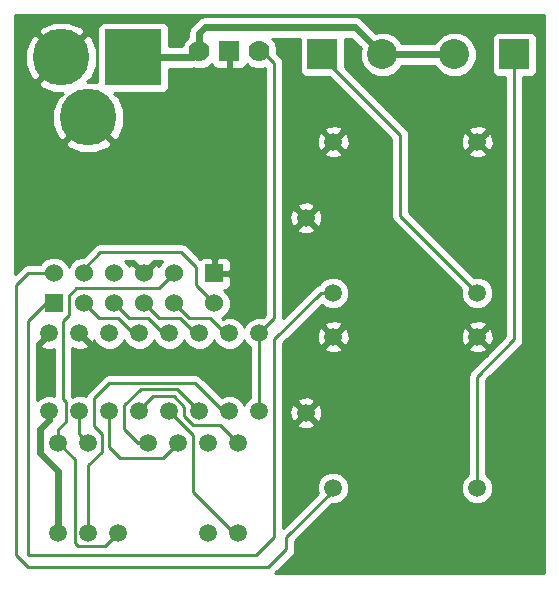
<source format=gbl>
G04 (created by PCBNEW (2013-may-18)-stable) date ven 03 jun 2016 15:34:57 CEST*
%MOIN*%
G04 Gerber Fmt 3.4, Leading zero omitted, Abs format*
%FSLAX34Y34*%
G01*
G70*
G90*
G04 APERTURE LIST*
%ADD10C,0.00590551*%
%ADD11C,0.0590551*%
%ADD12R,0.1X0.1*%
%ADD13C,0.1*%
%ADD14R,0.06X0.06*%
%ADD15C,0.06*%
%ADD16C,0.07*%
%ADD17R,0.07X0.07*%
%ADD18C,0.189*%
%ADD19R,0.189X0.189*%
%ADD20C,0.023622*%
%ADD21C,0.01*%
G04 APERTURE END LIST*
G54D10*
G54D11*
X24252Y-17548D03*
X29961Y-20048D03*
X25158Y-20048D03*
X25158Y-15009D03*
X29961Y-15009D03*
G54D12*
X24800Y-12100D03*
G54D13*
X26800Y-12100D03*
G54D11*
X21000Y-28050D03*
X22000Y-28050D03*
X18000Y-28050D03*
X17000Y-28050D03*
X16000Y-28050D03*
X16000Y-25050D03*
X17000Y-25050D03*
X19000Y-25050D03*
X20000Y-25050D03*
X21000Y-25050D03*
X22000Y-25050D03*
X24252Y-24048D03*
X29961Y-26548D03*
X25158Y-26548D03*
X25158Y-21509D03*
X29961Y-21509D03*
G54D14*
X15850Y-20400D03*
G54D15*
X15850Y-19400D03*
X16850Y-20400D03*
X16850Y-19400D03*
X17850Y-20400D03*
X17850Y-19400D03*
X18850Y-20400D03*
X18850Y-19400D03*
X19850Y-20400D03*
X19850Y-19400D03*
G54D14*
X21200Y-19400D03*
G54D15*
X21200Y-20400D03*
G54D16*
X20700Y-12000D03*
G54D17*
X21700Y-12000D03*
G54D16*
X22700Y-12000D03*
G54D18*
X16100Y-12200D03*
G54D19*
X18500Y-12200D03*
G54D18*
X17000Y-14200D03*
G54D12*
X31200Y-12100D03*
G54D13*
X29200Y-12100D03*
G54D11*
X22700Y-21400D03*
X21700Y-21400D03*
X20700Y-21400D03*
X19700Y-21400D03*
X18700Y-21400D03*
X16700Y-21400D03*
X15700Y-21400D03*
X15700Y-24000D03*
X16700Y-24000D03*
X17700Y-24000D03*
X18700Y-24000D03*
X19700Y-24000D03*
X20700Y-24000D03*
X21700Y-24000D03*
X22700Y-24000D03*
X17700Y-21400D03*
G54D20*
X20700Y-12000D02*
X20700Y-11400D01*
X25900Y-11200D02*
X26800Y-12100D01*
X20900Y-11200D02*
X25900Y-11200D01*
X20700Y-11400D02*
X20900Y-11200D01*
X26800Y-12100D02*
X29200Y-12100D01*
X18500Y-12200D02*
X20500Y-12200D01*
X20500Y-12200D02*
X20700Y-12000D01*
G54D21*
X23200Y-20900D02*
X22700Y-21400D01*
X22700Y-12000D02*
X22800Y-12000D01*
X22800Y-12000D02*
X23200Y-12400D01*
X23200Y-12400D02*
X23200Y-20900D01*
X22700Y-24000D02*
X22700Y-21400D01*
X16000Y-25050D02*
X16000Y-24600D01*
X19350Y-19900D02*
X19850Y-19400D01*
X16600Y-19900D02*
X19350Y-19900D01*
X16350Y-20150D02*
X16600Y-19900D01*
X16350Y-20800D02*
X16350Y-20150D01*
X16150Y-21000D02*
X16350Y-20800D01*
X16150Y-23600D02*
X16150Y-21000D01*
X16250Y-23700D02*
X16150Y-23600D01*
X16250Y-24350D02*
X16250Y-23700D01*
X16000Y-24600D02*
X16250Y-24350D01*
X18000Y-28050D02*
X17550Y-28500D01*
X16550Y-25600D02*
X16000Y-25050D01*
X16550Y-28400D02*
X16550Y-25600D01*
X16650Y-28500D02*
X16550Y-28400D01*
X17550Y-28500D02*
X16650Y-28500D01*
X18700Y-21400D02*
X18500Y-21400D01*
X17350Y-20900D02*
X16850Y-20400D01*
X18000Y-20900D02*
X17350Y-20900D01*
X18500Y-21400D02*
X18000Y-20900D01*
X20700Y-21400D02*
X20550Y-21400D01*
X19350Y-20900D02*
X18850Y-20400D01*
X20050Y-20900D02*
X19350Y-20900D01*
X20550Y-21400D02*
X20050Y-20900D01*
X21700Y-21400D02*
X21550Y-21400D01*
X20350Y-20900D02*
X19850Y-20400D01*
X21050Y-20900D02*
X20350Y-20900D01*
X21550Y-21400D02*
X21050Y-20900D01*
X19700Y-21400D02*
X19500Y-21400D01*
X18350Y-20900D02*
X17850Y-20400D01*
X19000Y-20900D02*
X18350Y-20900D01*
X19500Y-21400D02*
X19000Y-20900D01*
X15600Y-20400D02*
X15850Y-20400D01*
X15000Y-21000D02*
X15600Y-20400D01*
X15000Y-28799D02*
X15000Y-21000D01*
X15000Y-28800D02*
X15000Y-28799D01*
X22600Y-28800D02*
X15000Y-28800D01*
X23200Y-28200D02*
X22600Y-28800D01*
X23200Y-21600D02*
X23200Y-28200D01*
X24751Y-20048D02*
X23200Y-21600D01*
X25158Y-20048D02*
X24751Y-20048D01*
X25158Y-26548D02*
X25158Y-26641D01*
X15000Y-19400D02*
X15850Y-19400D01*
X14600Y-19800D02*
X15000Y-19400D01*
X14600Y-28800D02*
X14600Y-19800D01*
X15000Y-29200D02*
X14600Y-28800D01*
X23000Y-29200D02*
X15000Y-29200D01*
X23600Y-28600D02*
X23000Y-29200D01*
X23600Y-28200D02*
X23600Y-28600D01*
X25158Y-26641D02*
X23600Y-28200D01*
X24800Y-12100D02*
X24800Y-12200D01*
X27400Y-17487D02*
X29961Y-20048D01*
X27400Y-14800D02*
X27400Y-17487D01*
X24800Y-12200D02*
X27400Y-14800D01*
X19000Y-25050D02*
X18650Y-25050D01*
X19950Y-23250D02*
X20700Y-24000D01*
X18750Y-23250D02*
X19950Y-23250D01*
X18200Y-23800D02*
X18750Y-23250D01*
X18200Y-24600D02*
X18200Y-23800D01*
X18650Y-25050D02*
X18200Y-24600D01*
X21700Y-24000D02*
X21500Y-24000D01*
X17000Y-25800D02*
X17000Y-28050D01*
X17450Y-25350D02*
X17000Y-25800D01*
X17450Y-24750D02*
X17450Y-25350D01*
X17200Y-24500D02*
X17450Y-24750D01*
X17200Y-23550D02*
X17200Y-24500D01*
X17700Y-23049D02*
X17200Y-23550D01*
X20549Y-23049D02*
X17700Y-23049D01*
X21500Y-24000D02*
X20549Y-23049D01*
X22000Y-28050D02*
X21850Y-28050D01*
X20500Y-24800D02*
X19700Y-24000D01*
X20500Y-26700D02*
X20500Y-24800D01*
X21850Y-28050D02*
X20500Y-26700D01*
X18700Y-24000D02*
X18700Y-23950D01*
X21400Y-24450D02*
X22000Y-25050D01*
X20500Y-24450D02*
X21400Y-24450D01*
X20200Y-24150D02*
X20500Y-24450D01*
X20200Y-23850D02*
X20200Y-24150D01*
X19850Y-23500D02*
X20200Y-23850D01*
X19150Y-23500D02*
X19850Y-23500D01*
X18700Y-23950D02*
X19150Y-23500D01*
X17700Y-24000D02*
X17700Y-25200D01*
X19500Y-25550D02*
X20000Y-25050D01*
X18050Y-25550D02*
X19500Y-25550D01*
X17700Y-25200D02*
X18050Y-25550D01*
X16700Y-24000D02*
X16700Y-24750D01*
X16700Y-24750D02*
X17000Y-25050D01*
G54D20*
X15700Y-24000D02*
X15700Y-24300D01*
X16000Y-26000D02*
X16000Y-28050D01*
X15400Y-25400D02*
X16000Y-26000D01*
X15400Y-24600D02*
X15400Y-25400D01*
X15700Y-24300D02*
X15400Y-24600D01*
G54D21*
X29961Y-26548D02*
X29961Y-22838D01*
X31200Y-21600D02*
X31200Y-12100D01*
X29961Y-22838D02*
X31200Y-21600D01*
X16850Y-19400D02*
X16850Y-19250D01*
X20600Y-19800D02*
X21200Y-20400D01*
X20600Y-19200D02*
X20600Y-19800D01*
X20100Y-18700D02*
X20600Y-19200D01*
X17400Y-18700D02*
X20100Y-18700D01*
X16850Y-19250D02*
X17400Y-18700D01*
G54D10*
G36*
X15850Y-23471D02*
X15808Y-23454D01*
X15592Y-23454D01*
X15391Y-23537D01*
X15300Y-23628D01*
X15300Y-21706D01*
X15317Y-21711D01*
X15629Y-21400D01*
X15623Y-21394D01*
X15694Y-21323D01*
X15700Y-21329D01*
X15705Y-21323D01*
X15776Y-21394D01*
X15770Y-21400D01*
X15776Y-21405D01*
X15705Y-21476D01*
X15700Y-21470D01*
X15388Y-21782D01*
X15414Y-21877D01*
X15619Y-21950D01*
X15836Y-21939D01*
X15850Y-21933D01*
X15850Y-23471D01*
X15850Y-23471D01*
G37*
G54D21*
X15850Y-23471D02*
X15808Y-23454D01*
X15592Y-23454D01*
X15391Y-23537D01*
X15300Y-23628D01*
X15300Y-21706D01*
X15317Y-21711D01*
X15629Y-21400D01*
X15623Y-21394D01*
X15694Y-21323D01*
X15700Y-21329D01*
X15705Y-21323D01*
X15776Y-21394D01*
X15770Y-21400D01*
X15776Y-21405D01*
X15705Y-21476D01*
X15700Y-21470D01*
X15388Y-21782D01*
X15414Y-21877D01*
X15619Y-21950D01*
X15836Y-21939D01*
X15850Y-21933D01*
X15850Y-23471D01*
G54D10*
G36*
X19472Y-19000D02*
X19384Y-19088D01*
X19352Y-19163D01*
X19331Y-19112D01*
X19235Y-19084D01*
X18920Y-19400D01*
X18926Y-19405D01*
X18855Y-19476D01*
X18850Y-19470D01*
X18844Y-19476D01*
X18773Y-19405D01*
X18779Y-19400D01*
X18464Y-19084D01*
X18368Y-19112D01*
X18349Y-19167D01*
X18316Y-19088D01*
X18227Y-19000D01*
X18538Y-19000D01*
X18534Y-19014D01*
X18850Y-19329D01*
X19165Y-19014D01*
X19161Y-19000D01*
X19472Y-19000D01*
X19472Y-19000D01*
G37*
G54D21*
X19472Y-19000D02*
X19384Y-19088D01*
X19352Y-19163D01*
X19331Y-19112D01*
X19235Y-19084D01*
X18920Y-19400D01*
X18926Y-19405D01*
X18855Y-19476D01*
X18850Y-19470D01*
X18844Y-19476D01*
X18773Y-19405D01*
X18779Y-19400D01*
X18464Y-19084D01*
X18368Y-19112D01*
X18349Y-19167D01*
X18316Y-19088D01*
X18227Y-19000D01*
X18538Y-19000D01*
X18534Y-19014D01*
X18850Y-19329D01*
X19165Y-19014D01*
X19161Y-19000D01*
X19472Y-19000D01*
G54D10*
G36*
X22400Y-23533D02*
X22391Y-23537D01*
X22238Y-23690D01*
X22200Y-23782D01*
X22162Y-23691D01*
X22009Y-23538D01*
X21808Y-23454D01*
X21592Y-23454D01*
X21441Y-23516D01*
X20762Y-22837D01*
X20664Y-22772D01*
X20549Y-22749D01*
X17700Y-22749D01*
X17585Y-22772D01*
X17487Y-22837D01*
X16987Y-23337D01*
X16922Y-23435D01*
X16910Y-23497D01*
X16808Y-23454D01*
X16592Y-23454D01*
X16472Y-23503D01*
X16462Y-23487D01*
X16462Y-23487D01*
X16450Y-23475D01*
X16450Y-21889D01*
X16619Y-21950D01*
X16836Y-21939D01*
X16985Y-21877D01*
X17011Y-21782D01*
X16700Y-21470D01*
X16694Y-21476D01*
X16623Y-21405D01*
X16629Y-21400D01*
X16623Y-21394D01*
X16694Y-21323D01*
X16700Y-21329D01*
X16705Y-21323D01*
X16776Y-21394D01*
X16770Y-21400D01*
X17082Y-21711D01*
X17177Y-21685D01*
X17200Y-21619D01*
X17237Y-21708D01*
X17390Y-21861D01*
X17591Y-21945D01*
X17807Y-21945D01*
X18008Y-21862D01*
X18161Y-21709D01*
X18199Y-21617D01*
X18237Y-21708D01*
X18390Y-21861D01*
X18591Y-21945D01*
X18807Y-21945D01*
X19008Y-21862D01*
X19161Y-21709D01*
X19199Y-21617D01*
X19237Y-21708D01*
X19390Y-21861D01*
X19591Y-21945D01*
X19807Y-21945D01*
X20008Y-21862D01*
X20161Y-21709D01*
X20199Y-21617D01*
X20237Y-21708D01*
X20390Y-21861D01*
X20591Y-21945D01*
X20807Y-21945D01*
X21008Y-21862D01*
X21161Y-21709D01*
X21199Y-21617D01*
X21237Y-21708D01*
X21390Y-21861D01*
X21591Y-21945D01*
X21807Y-21945D01*
X22008Y-21862D01*
X22161Y-21709D01*
X22199Y-21617D01*
X22237Y-21708D01*
X22390Y-21861D01*
X22400Y-21865D01*
X22400Y-23533D01*
X22400Y-23533D01*
G37*
G54D21*
X22400Y-23533D02*
X22391Y-23537D01*
X22238Y-23690D01*
X22200Y-23782D01*
X22162Y-23691D01*
X22009Y-23538D01*
X21808Y-23454D01*
X21592Y-23454D01*
X21441Y-23516D01*
X20762Y-22837D01*
X20664Y-22772D01*
X20549Y-22749D01*
X17700Y-22749D01*
X17585Y-22772D01*
X17487Y-22837D01*
X16987Y-23337D01*
X16922Y-23435D01*
X16910Y-23497D01*
X16808Y-23454D01*
X16592Y-23454D01*
X16472Y-23503D01*
X16462Y-23487D01*
X16462Y-23487D01*
X16450Y-23475D01*
X16450Y-21889D01*
X16619Y-21950D01*
X16836Y-21939D01*
X16985Y-21877D01*
X17011Y-21782D01*
X16700Y-21470D01*
X16694Y-21476D01*
X16623Y-21405D01*
X16629Y-21400D01*
X16623Y-21394D01*
X16694Y-21323D01*
X16700Y-21329D01*
X16705Y-21323D01*
X16776Y-21394D01*
X16770Y-21400D01*
X17082Y-21711D01*
X17177Y-21685D01*
X17200Y-21619D01*
X17237Y-21708D01*
X17390Y-21861D01*
X17591Y-21945D01*
X17807Y-21945D01*
X18008Y-21862D01*
X18161Y-21709D01*
X18199Y-21617D01*
X18237Y-21708D01*
X18390Y-21861D01*
X18591Y-21945D01*
X18807Y-21945D01*
X19008Y-21862D01*
X19161Y-21709D01*
X19199Y-21617D01*
X19237Y-21708D01*
X19390Y-21861D01*
X19591Y-21945D01*
X19807Y-21945D01*
X20008Y-21862D01*
X20161Y-21709D01*
X20199Y-21617D01*
X20237Y-21708D01*
X20390Y-21861D01*
X20591Y-21945D01*
X20807Y-21945D01*
X21008Y-21862D01*
X21161Y-21709D01*
X21199Y-21617D01*
X21237Y-21708D01*
X21390Y-21861D01*
X21591Y-21945D01*
X21807Y-21945D01*
X22008Y-21862D01*
X22161Y-21709D01*
X22199Y-21617D01*
X22237Y-21708D01*
X22390Y-21861D01*
X22400Y-21865D01*
X22400Y-23533D01*
G54D10*
G36*
X32200Y-29400D02*
X31950Y-29400D01*
X31950Y-12550D01*
X31950Y-11550D01*
X31912Y-11458D01*
X31841Y-11388D01*
X31749Y-11350D01*
X31650Y-11349D01*
X30650Y-11349D01*
X30558Y-11387D01*
X30488Y-11458D01*
X30450Y-11550D01*
X30449Y-11649D01*
X30449Y-12649D01*
X30487Y-12741D01*
X30558Y-12811D01*
X30650Y-12849D01*
X30749Y-12850D01*
X30900Y-12850D01*
X30900Y-21475D01*
X30511Y-21864D01*
X30511Y-21590D01*
X30511Y-15090D01*
X30500Y-14873D01*
X30438Y-14724D01*
X30343Y-14697D01*
X30273Y-14768D01*
X30273Y-14626D01*
X30246Y-14532D01*
X30042Y-14459D01*
X29825Y-14470D01*
X29676Y-14532D01*
X29649Y-14626D01*
X29961Y-14938D01*
X30273Y-14626D01*
X30273Y-14768D01*
X30032Y-15009D01*
X30343Y-15321D01*
X30438Y-15294D01*
X30511Y-15090D01*
X30511Y-21590D01*
X30500Y-21373D01*
X30438Y-21224D01*
X30343Y-21197D01*
X30273Y-21268D01*
X30273Y-21126D01*
X30246Y-21032D01*
X30042Y-20959D01*
X29825Y-20970D01*
X29676Y-21032D01*
X29649Y-21126D01*
X29961Y-21438D01*
X30273Y-21126D01*
X30273Y-21268D01*
X30032Y-21509D01*
X30343Y-21821D01*
X30438Y-21794D01*
X30511Y-21590D01*
X30511Y-21864D01*
X30273Y-22102D01*
X30273Y-21891D01*
X29961Y-21580D01*
X29890Y-21650D01*
X29890Y-21509D01*
X29578Y-21197D01*
X29484Y-21224D01*
X29411Y-21428D01*
X29422Y-21645D01*
X29484Y-21794D01*
X29578Y-21821D01*
X29890Y-21509D01*
X29890Y-21650D01*
X29649Y-21891D01*
X29676Y-21986D01*
X29880Y-22059D01*
X30097Y-22048D01*
X30246Y-21986D01*
X30273Y-21891D01*
X30273Y-22102D01*
X29749Y-22626D01*
X29684Y-22723D01*
X29661Y-22838D01*
X29661Y-26082D01*
X29652Y-26086D01*
X29499Y-26239D01*
X29416Y-26439D01*
X29416Y-26656D01*
X29498Y-26857D01*
X29652Y-27010D01*
X29852Y-27093D01*
X30069Y-27094D01*
X30269Y-27011D01*
X30423Y-26858D01*
X30506Y-26657D01*
X30506Y-26440D01*
X30423Y-26240D01*
X30270Y-26086D01*
X30261Y-26082D01*
X30261Y-22962D01*
X31412Y-21812D01*
X31412Y-21812D01*
X31477Y-21714D01*
X31499Y-21600D01*
X31500Y-21600D01*
X31500Y-12850D01*
X31749Y-12850D01*
X31841Y-12812D01*
X31911Y-12741D01*
X31949Y-12649D01*
X31950Y-12550D01*
X31950Y-29400D01*
X25708Y-29400D01*
X25708Y-21590D01*
X25708Y-15090D01*
X25697Y-14873D01*
X25635Y-14724D01*
X25540Y-14697D01*
X25470Y-14768D01*
X25470Y-14626D01*
X25443Y-14532D01*
X25238Y-14459D01*
X25022Y-14470D01*
X24873Y-14532D01*
X24846Y-14626D01*
X25158Y-14938D01*
X25470Y-14626D01*
X25470Y-14768D01*
X25228Y-15009D01*
X25540Y-15321D01*
X25635Y-15294D01*
X25708Y-15090D01*
X25708Y-21590D01*
X25697Y-21373D01*
X25635Y-21224D01*
X25540Y-21197D01*
X25470Y-21268D01*
X25470Y-21126D01*
X25443Y-21032D01*
X25238Y-20959D01*
X25022Y-20970D01*
X24873Y-21032D01*
X24846Y-21126D01*
X25158Y-21438D01*
X25470Y-21126D01*
X25470Y-21268D01*
X25228Y-21509D01*
X25540Y-21821D01*
X25635Y-21794D01*
X25708Y-21590D01*
X25708Y-29400D01*
X23224Y-29400D01*
X23812Y-28812D01*
X23812Y-28812D01*
X23877Y-28714D01*
X23899Y-28600D01*
X23900Y-28600D01*
X23900Y-28324D01*
X25130Y-27094D01*
X25266Y-27094D01*
X25466Y-27011D01*
X25620Y-26858D01*
X25703Y-26657D01*
X25703Y-26440D01*
X25620Y-26240D01*
X25470Y-26089D01*
X25470Y-21891D01*
X25158Y-21580D01*
X25087Y-21650D01*
X25087Y-21509D01*
X24775Y-21197D01*
X24680Y-21224D01*
X24608Y-21428D01*
X24619Y-21645D01*
X24680Y-21794D01*
X24775Y-21821D01*
X25087Y-21509D01*
X25087Y-21650D01*
X24846Y-21891D01*
X24873Y-21986D01*
X25077Y-22059D01*
X25294Y-22048D01*
X25443Y-21986D01*
X25470Y-21891D01*
X25470Y-26089D01*
X25467Y-26086D01*
X25267Y-26003D01*
X25050Y-26003D01*
X24849Y-26086D01*
X24802Y-26133D01*
X24802Y-24129D01*
X24791Y-23912D01*
X24730Y-23763D01*
X24635Y-23737D01*
X24564Y-23807D01*
X24564Y-23666D01*
X24537Y-23571D01*
X24333Y-23498D01*
X24116Y-23509D01*
X23967Y-23571D01*
X23940Y-23666D01*
X24252Y-23978D01*
X24564Y-23666D01*
X24564Y-23807D01*
X24323Y-24048D01*
X24635Y-24360D01*
X24730Y-24333D01*
X24802Y-24129D01*
X24802Y-26133D01*
X24696Y-26239D01*
X24613Y-26439D01*
X24612Y-26656D01*
X24643Y-26731D01*
X24564Y-26811D01*
X24564Y-24431D01*
X24252Y-24119D01*
X24182Y-24190D01*
X24182Y-24048D01*
X23870Y-23737D01*
X23775Y-23763D01*
X23702Y-23968D01*
X23713Y-24184D01*
X23775Y-24333D01*
X23870Y-24360D01*
X24182Y-24048D01*
X24182Y-24190D01*
X23940Y-24431D01*
X23967Y-24526D01*
X24172Y-24598D01*
X24388Y-24587D01*
X24537Y-24526D01*
X24564Y-24431D01*
X24564Y-26811D01*
X23500Y-27875D01*
X23500Y-21724D01*
X24781Y-20442D01*
X24848Y-20510D01*
X25049Y-20593D01*
X25266Y-20594D01*
X25466Y-20511D01*
X25620Y-20358D01*
X25703Y-20157D01*
X25703Y-19940D01*
X25620Y-19740D01*
X25470Y-19589D01*
X25470Y-15391D01*
X25158Y-15080D01*
X25087Y-15150D01*
X25087Y-15009D01*
X24775Y-14697D01*
X24680Y-14724D01*
X24608Y-14928D01*
X24619Y-15145D01*
X24680Y-15294D01*
X24775Y-15321D01*
X25087Y-15009D01*
X25087Y-15150D01*
X24846Y-15391D01*
X24873Y-15486D01*
X25077Y-15559D01*
X25294Y-15548D01*
X25443Y-15486D01*
X25470Y-15391D01*
X25470Y-19589D01*
X25467Y-19586D01*
X25267Y-19503D01*
X25050Y-19503D01*
X24849Y-19586D01*
X24802Y-19633D01*
X24802Y-17629D01*
X24791Y-17412D01*
X24730Y-17263D01*
X24635Y-17237D01*
X24564Y-17307D01*
X24564Y-17166D01*
X24537Y-17071D01*
X24333Y-16998D01*
X24116Y-17009D01*
X23967Y-17071D01*
X23940Y-17166D01*
X24252Y-17478D01*
X24564Y-17166D01*
X24564Y-17307D01*
X24323Y-17548D01*
X24635Y-17860D01*
X24730Y-17833D01*
X24802Y-17629D01*
X24802Y-19633D01*
X24696Y-19739D01*
X24687Y-19761D01*
X24636Y-19771D01*
X24564Y-19819D01*
X24564Y-17931D01*
X24252Y-17619D01*
X24182Y-17690D01*
X24182Y-17548D01*
X23870Y-17237D01*
X23775Y-17263D01*
X23702Y-17468D01*
X23713Y-17684D01*
X23775Y-17833D01*
X23870Y-17860D01*
X24182Y-17548D01*
X24182Y-17690D01*
X23940Y-17931D01*
X23967Y-18026D01*
X24172Y-18098D01*
X24388Y-18087D01*
X24537Y-18026D01*
X24564Y-17931D01*
X24564Y-19819D01*
X24539Y-19836D01*
X23500Y-20875D01*
X23500Y-12400D01*
X23499Y-12399D01*
X23477Y-12285D01*
X23412Y-12187D01*
X23412Y-12187D01*
X23299Y-12075D01*
X23300Y-11881D01*
X23208Y-11660D01*
X23116Y-11568D01*
X24050Y-11568D01*
X24049Y-11649D01*
X24049Y-12649D01*
X24087Y-12741D01*
X24158Y-12811D01*
X24250Y-12849D01*
X24349Y-12850D01*
X25025Y-12850D01*
X27100Y-14924D01*
X27100Y-17487D01*
X27122Y-17602D01*
X27187Y-17699D01*
X29419Y-19931D01*
X29416Y-19939D01*
X29416Y-20156D01*
X29498Y-20357D01*
X29652Y-20510D01*
X29852Y-20593D01*
X30069Y-20594D01*
X30269Y-20511D01*
X30423Y-20358D01*
X30506Y-20157D01*
X30506Y-19940D01*
X30423Y-19740D01*
X30273Y-19589D01*
X30273Y-15391D01*
X29961Y-15080D01*
X29890Y-15150D01*
X29890Y-15009D01*
X29578Y-14697D01*
X29484Y-14724D01*
X29411Y-14928D01*
X29422Y-15145D01*
X29484Y-15294D01*
X29578Y-15321D01*
X29890Y-15009D01*
X29890Y-15150D01*
X29649Y-15391D01*
X29676Y-15486D01*
X29880Y-15559D01*
X30097Y-15548D01*
X30246Y-15486D01*
X30273Y-15391D01*
X30273Y-19589D01*
X30270Y-19586D01*
X30070Y-19503D01*
X29853Y-19503D01*
X29844Y-19507D01*
X27700Y-17363D01*
X27700Y-14800D01*
X27677Y-14685D01*
X27612Y-14587D01*
X27612Y-14587D01*
X25550Y-12525D01*
X25550Y-11568D01*
X25747Y-11568D01*
X26073Y-11894D01*
X26050Y-11950D01*
X26049Y-12248D01*
X26163Y-12524D01*
X26374Y-12735D01*
X26650Y-12849D01*
X26948Y-12850D01*
X27224Y-12736D01*
X27435Y-12525D01*
X27459Y-12468D01*
X28540Y-12468D01*
X28563Y-12524D01*
X28774Y-12735D01*
X29050Y-12849D01*
X29348Y-12850D01*
X29624Y-12736D01*
X29835Y-12525D01*
X29949Y-12249D01*
X29950Y-11951D01*
X29836Y-11675D01*
X29625Y-11464D01*
X29349Y-11350D01*
X29051Y-11349D01*
X28775Y-11463D01*
X28564Y-11674D01*
X28540Y-11731D01*
X27459Y-11731D01*
X27436Y-11675D01*
X27225Y-11464D01*
X26949Y-11350D01*
X26651Y-11349D01*
X26594Y-11373D01*
X26160Y-10939D01*
X26040Y-10859D01*
X25900Y-10831D01*
X20900Y-10831D01*
X20759Y-10859D01*
X20639Y-10939D01*
X20639Y-10939D01*
X20439Y-11139D01*
X20359Y-11259D01*
X20331Y-11400D01*
X20331Y-11519D01*
X20191Y-11659D01*
X20120Y-11831D01*
X19695Y-11831D01*
X19695Y-11205D01*
X19657Y-11113D01*
X19586Y-11043D01*
X19494Y-11005D01*
X19395Y-11004D01*
X17505Y-11004D01*
X17413Y-11042D01*
X17343Y-11113D01*
X17305Y-11205D01*
X17304Y-11304D01*
X17304Y-13033D01*
X17295Y-13029D01*
X17235Y-13004D01*
X16975Y-13005D01*
X16951Y-12981D01*
X17114Y-12875D01*
X17295Y-12435D01*
X17294Y-11960D01*
X17114Y-11524D01*
X16951Y-11418D01*
X16881Y-11489D01*
X16881Y-11348D01*
X16775Y-11185D01*
X16335Y-11004D01*
X15860Y-11005D01*
X15424Y-11185D01*
X15318Y-11348D01*
X16100Y-12129D01*
X16881Y-11348D01*
X16881Y-11489D01*
X16170Y-12200D01*
X16176Y-12205D01*
X16105Y-12276D01*
X16100Y-12270D01*
X16029Y-12341D01*
X16029Y-12200D01*
X15248Y-11418D01*
X15085Y-11524D01*
X14904Y-11964D01*
X14905Y-12439D01*
X15085Y-12875D01*
X15248Y-12981D01*
X16029Y-12200D01*
X16029Y-12341D01*
X15318Y-13051D01*
X15424Y-13214D01*
X15864Y-13395D01*
X16124Y-13394D01*
X16148Y-13418D01*
X15985Y-13524D01*
X15804Y-13964D01*
X15805Y-14439D01*
X15985Y-14875D01*
X16148Y-14981D01*
X16929Y-14200D01*
X16923Y-14194D01*
X16994Y-14123D01*
X17000Y-14129D01*
X17005Y-14123D01*
X17076Y-14194D01*
X17070Y-14200D01*
X17851Y-14981D01*
X18014Y-14875D01*
X18195Y-14435D01*
X18194Y-13960D01*
X18014Y-13524D01*
X17851Y-13418D01*
X17875Y-13395D01*
X19494Y-13395D01*
X19586Y-13357D01*
X19656Y-13286D01*
X19694Y-13194D01*
X19695Y-13095D01*
X19695Y-12568D01*
X20500Y-12568D01*
X20502Y-12567D01*
X20580Y-12599D01*
X20818Y-12600D01*
X21039Y-12508D01*
X21114Y-12434D01*
X21137Y-12491D01*
X21208Y-12561D01*
X21300Y-12599D01*
X21399Y-12600D01*
X21587Y-12600D01*
X21650Y-12537D01*
X21650Y-12050D01*
X21642Y-12050D01*
X21642Y-11950D01*
X21650Y-11950D01*
X21650Y-11942D01*
X21750Y-11942D01*
X21750Y-11950D01*
X21757Y-11950D01*
X21757Y-12050D01*
X21750Y-12050D01*
X21750Y-12537D01*
X21812Y-12600D01*
X22000Y-12600D01*
X22099Y-12599D01*
X22191Y-12561D01*
X22262Y-12491D01*
X22285Y-12434D01*
X22359Y-12508D01*
X22580Y-12599D01*
X22818Y-12600D01*
X22900Y-12566D01*
X22900Y-20775D01*
X22817Y-20858D01*
X22808Y-20854D01*
X22592Y-20854D01*
X22391Y-20937D01*
X22238Y-21090D01*
X22200Y-21182D01*
X22162Y-21091D01*
X22009Y-20938D01*
X21808Y-20854D01*
X21592Y-20854D01*
X21476Y-20902D01*
X21461Y-20887D01*
X21511Y-20866D01*
X21665Y-20711D01*
X21749Y-20509D01*
X21750Y-20291D01*
X21666Y-20088D01*
X21527Y-19949D01*
X21549Y-19949D01*
X21641Y-19911D01*
X21712Y-19841D01*
X21750Y-19749D01*
X21750Y-19050D01*
X21712Y-18958D01*
X21641Y-18888D01*
X21549Y-18850D01*
X21450Y-18849D01*
X21312Y-18850D01*
X21250Y-18912D01*
X21250Y-19350D01*
X21687Y-19350D01*
X21750Y-19287D01*
X21750Y-19050D01*
X21750Y-19749D01*
X21750Y-19512D01*
X21687Y-19450D01*
X21250Y-19450D01*
X21250Y-19457D01*
X21150Y-19457D01*
X21150Y-19450D01*
X21142Y-19450D01*
X21142Y-19350D01*
X21150Y-19350D01*
X21150Y-18912D01*
X21087Y-18850D01*
X20949Y-18849D01*
X20850Y-18850D01*
X20758Y-18888D01*
X20735Y-18911D01*
X20312Y-18487D01*
X20214Y-18422D01*
X20100Y-18400D01*
X18195Y-18400D01*
X17781Y-18400D01*
X17781Y-15051D01*
X17000Y-14270D01*
X16929Y-14341D01*
X16218Y-15051D01*
X16324Y-15214D01*
X16764Y-15395D01*
X17239Y-15394D01*
X17675Y-15214D01*
X17781Y-15051D01*
X17781Y-18400D01*
X17400Y-18400D01*
X17285Y-18422D01*
X17187Y-18487D01*
X16825Y-18849D01*
X16741Y-18849D01*
X16538Y-18933D01*
X16384Y-19088D01*
X16350Y-19169D01*
X16316Y-19088D01*
X16161Y-18934D01*
X15959Y-18850D01*
X15741Y-18849D01*
X15538Y-18933D01*
X15384Y-19088D01*
X15379Y-19100D01*
X15000Y-19100D01*
X14885Y-19122D01*
X14787Y-19187D01*
X14550Y-19425D01*
X14550Y-10800D01*
X32200Y-10800D01*
X32200Y-29400D01*
X32200Y-29400D01*
G37*
G54D21*
X32200Y-29400D02*
X31950Y-29400D01*
X31950Y-12550D01*
X31950Y-11550D01*
X31912Y-11458D01*
X31841Y-11388D01*
X31749Y-11350D01*
X31650Y-11349D01*
X30650Y-11349D01*
X30558Y-11387D01*
X30488Y-11458D01*
X30450Y-11550D01*
X30449Y-11649D01*
X30449Y-12649D01*
X30487Y-12741D01*
X30558Y-12811D01*
X30650Y-12849D01*
X30749Y-12850D01*
X30900Y-12850D01*
X30900Y-21475D01*
X30511Y-21864D01*
X30511Y-21590D01*
X30511Y-15090D01*
X30500Y-14873D01*
X30438Y-14724D01*
X30343Y-14697D01*
X30273Y-14768D01*
X30273Y-14626D01*
X30246Y-14532D01*
X30042Y-14459D01*
X29825Y-14470D01*
X29676Y-14532D01*
X29649Y-14626D01*
X29961Y-14938D01*
X30273Y-14626D01*
X30273Y-14768D01*
X30032Y-15009D01*
X30343Y-15321D01*
X30438Y-15294D01*
X30511Y-15090D01*
X30511Y-21590D01*
X30500Y-21373D01*
X30438Y-21224D01*
X30343Y-21197D01*
X30273Y-21268D01*
X30273Y-21126D01*
X30246Y-21032D01*
X30042Y-20959D01*
X29825Y-20970D01*
X29676Y-21032D01*
X29649Y-21126D01*
X29961Y-21438D01*
X30273Y-21126D01*
X30273Y-21268D01*
X30032Y-21509D01*
X30343Y-21821D01*
X30438Y-21794D01*
X30511Y-21590D01*
X30511Y-21864D01*
X30273Y-22102D01*
X30273Y-21891D01*
X29961Y-21580D01*
X29890Y-21650D01*
X29890Y-21509D01*
X29578Y-21197D01*
X29484Y-21224D01*
X29411Y-21428D01*
X29422Y-21645D01*
X29484Y-21794D01*
X29578Y-21821D01*
X29890Y-21509D01*
X29890Y-21650D01*
X29649Y-21891D01*
X29676Y-21986D01*
X29880Y-22059D01*
X30097Y-22048D01*
X30246Y-21986D01*
X30273Y-21891D01*
X30273Y-22102D01*
X29749Y-22626D01*
X29684Y-22723D01*
X29661Y-22838D01*
X29661Y-26082D01*
X29652Y-26086D01*
X29499Y-26239D01*
X29416Y-26439D01*
X29416Y-26656D01*
X29498Y-26857D01*
X29652Y-27010D01*
X29852Y-27093D01*
X30069Y-27094D01*
X30269Y-27011D01*
X30423Y-26858D01*
X30506Y-26657D01*
X30506Y-26440D01*
X30423Y-26240D01*
X30270Y-26086D01*
X30261Y-26082D01*
X30261Y-22962D01*
X31412Y-21812D01*
X31412Y-21812D01*
X31477Y-21714D01*
X31499Y-21600D01*
X31500Y-21600D01*
X31500Y-12850D01*
X31749Y-12850D01*
X31841Y-12812D01*
X31911Y-12741D01*
X31949Y-12649D01*
X31950Y-12550D01*
X31950Y-29400D01*
X25708Y-29400D01*
X25708Y-21590D01*
X25708Y-15090D01*
X25697Y-14873D01*
X25635Y-14724D01*
X25540Y-14697D01*
X25470Y-14768D01*
X25470Y-14626D01*
X25443Y-14532D01*
X25238Y-14459D01*
X25022Y-14470D01*
X24873Y-14532D01*
X24846Y-14626D01*
X25158Y-14938D01*
X25470Y-14626D01*
X25470Y-14768D01*
X25228Y-15009D01*
X25540Y-15321D01*
X25635Y-15294D01*
X25708Y-15090D01*
X25708Y-21590D01*
X25697Y-21373D01*
X25635Y-21224D01*
X25540Y-21197D01*
X25470Y-21268D01*
X25470Y-21126D01*
X25443Y-21032D01*
X25238Y-20959D01*
X25022Y-20970D01*
X24873Y-21032D01*
X24846Y-21126D01*
X25158Y-21438D01*
X25470Y-21126D01*
X25470Y-21268D01*
X25228Y-21509D01*
X25540Y-21821D01*
X25635Y-21794D01*
X25708Y-21590D01*
X25708Y-29400D01*
X23224Y-29400D01*
X23812Y-28812D01*
X23812Y-28812D01*
X23877Y-28714D01*
X23899Y-28600D01*
X23900Y-28600D01*
X23900Y-28324D01*
X25130Y-27094D01*
X25266Y-27094D01*
X25466Y-27011D01*
X25620Y-26858D01*
X25703Y-26657D01*
X25703Y-26440D01*
X25620Y-26240D01*
X25470Y-26089D01*
X25470Y-21891D01*
X25158Y-21580D01*
X25087Y-21650D01*
X25087Y-21509D01*
X24775Y-21197D01*
X24680Y-21224D01*
X24608Y-21428D01*
X24619Y-21645D01*
X24680Y-21794D01*
X24775Y-21821D01*
X25087Y-21509D01*
X25087Y-21650D01*
X24846Y-21891D01*
X24873Y-21986D01*
X25077Y-22059D01*
X25294Y-22048D01*
X25443Y-21986D01*
X25470Y-21891D01*
X25470Y-26089D01*
X25467Y-26086D01*
X25267Y-26003D01*
X25050Y-26003D01*
X24849Y-26086D01*
X24802Y-26133D01*
X24802Y-24129D01*
X24791Y-23912D01*
X24730Y-23763D01*
X24635Y-23737D01*
X24564Y-23807D01*
X24564Y-23666D01*
X24537Y-23571D01*
X24333Y-23498D01*
X24116Y-23509D01*
X23967Y-23571D01*
X23940Y-23666D01*
X24252Y-23978D01*
X24564Y-23666D01*
X24564Y-23807D01*
X24323Y-24048D01*
X24635Y-24360D01*
X24730Y-24333D01*
X24802Y-24129D01*
X24802Y-26133D01*
X24696Y-26239D01*
X24613Y-26439D01*
X24612Y-26656D01*
X24643Y-26731D01*
X24564Y-26811D01*
X24564Y-24431D01*
X24252Y-24119D01*
X24182Y-24190D01*
X24182Y-24048D01*
X23870Y-23737D01*
X23775Y-23763D01*
X23702Y-23968D01*
X23713Y-24184D01*
X23775Y-24333D01*
X23870Y-24360D01*
X24182Y-24048D01*
X24182Y-24190D01*
X23940Y-24431D01*
X23967Y-24526D01*
X24172Y-24598D01*
X24388Y-24587D01*
X24537Y-24526D01*
X24564Y-24431D01*
X24564Y-26811D01*
X23500Y-27875D01*
X23500Y-21724D01*
X24781Y-20442D01*
X24848Y-20510D01*
X25049Y-20593D01*
X25266Y-20594D01*
X25466Y-20511D01*
X25620Y-20358D01*
X25703Y-20157D01*
X25703Y-19940D01*
X25620Y-19740D01*
X25470Y-19589D01*
X25470Y-15391D01*
X25158Y-15080D01*
X25087Y-15150D01*
X25087Y-15009D01*
X24775Y-14697D01*
X24680Y-14724D01*
X24608Y-14928D01*
X24619Y-15145D01*
X24680Y-15294D01*
X24775Y-15321D01*
X25087Y-15009D01*
X25087Y-15150D01*
X24846Y-15391D01*
X24873Y-15486D01*
X25077Y-15559D01*
X25294Y-15548D01*
X25443Y-15486D01*
X25470Y-15391D01*
X25470Y-19589D01*
X25467Y-19586D01*
X25267Y-19503D01*
X25050Y-19503D01*
X24849Y-19586D01*
X24802Y-19633D01*
X24802Y-17629D01*
X24791Y-17412D01*
X24730Y-17263D01*
X24635Y-17237D01*
X24564Y-17307D01*
X24564Y-17166D01*
X24537Y-17071D01*
X24333Y-16998D01*
X24116Y-17009D01*
X23967Y-17071D01*
X23940Y-17166D01*
X24252Y-17478D01*
X24564Y-17166D01*
X24564Y-17307D01*
X24323Y-17548D01*
X24635Y-17860D01*
X24730Y-17833D01*
X24802Y-17629D01*
X24802Y-19633D01*
X24696Y-19739D01*
X24687Y-19761D01*
X24636Y-19771D01*
X24564Y-19819D01*
X24564Y-17931D01*
X24252Y-17619D01*
X24182Y-17690D01*
X24182Y-17548D01*
X23870Y-17237D01*
X23775Y-17263D01*
X23702Y-17468D01*
X23713Y-17684D01*
X23775Y-17833D01*
X23870Y-17860D01*
X24182Y-17548D01*
X24182Y-17690D01*
X23940Y-17931D01*
X23967Y-18026D01*
X24172Y-18098D01*
X24388Y-18087D01*
X24537Y-18026D01*
X24564Y-17931D01*
X24564Y-19819D01*
X24539Y-19836D01*
X23500Y-20875D01*
X23500Y-12400D01*
X23499Y-12399D01*
X23477Y-12285D01*
X23412Y-12187D01*
X23412Y-12187D01*
X23299Y-12075D01*
X23300Y-11881D01*
X23208Y-11660D01*
X23116Y-11568D01*
X24050Y-11568D01*
X24049Y-11649D01*
X24049Y-12649D01*
X24087Y-12741D01*
X24158Y-12811D01*
X24250Y-12849D01*
X24349Y-12850D01*
X25025Y-12850D01*
X27100Y-14924D01*
X27100Y-17487D01*
X27122Y-17602D01*
X27187Y-17699D01*
X29419Y-19931D01*
X29416Y-19939D01*
X29416Y-20156D01*
X29498Y-20357D01*
X29652Y-20510D01*
X29852Y-20593D01*
X30069Y-20594D01*
X30269Y-20511D01*
X30423Y-20358D01*
X30506Y-20157D01*
X30506Y-19940D01*
X30423Y-19740D01*
X30273Y-19589D01*
X30273Y-15391D01*
X29961Y-15080D01*
X29890Y-15150D01*
X29890Y-15009D01*
X29578Y-14697D01*
X29484Y-14724D01*
X29411Y-14928D01*
X29422Y-15145D01*
X29484Y-15294D01*
X29578Y-15321D01*
X29890Y-15009D01*
X29890Y-15150D01*
X29649Y-15391D01*
X29676Y-15486D01*
X29880Y-15559D01*
X30097Y-15548D01*
X30246Y-15486D01*
X30273Y-15391D01*
X30273Y-19589D01*
X30270Y-19586D01*
X30070Y-19503D01*
X29853Y-19503D01*
X29844Y-19507D01*
X27700Y-17363D01*
X27700Y-14800D01*
X27677Y-14685D01*
X27612Y-14587D01*
X27612Y-14587D01*
X25550Y-12525D01*
X25550Y-11568D01*
X25747Y-11568D01*
X26073Y-11894D01*
X26050Y-11950D01*
X26049Y-12248D01*
X26163Y-12524D01*
X26374Y-12735D01*
X26650Y-12849D01*
X26948Y-12850D01*
X27224Y-12736D01*
X27435Y-12525D01*
X27459Y-12468D01*
X28540Y-12468D01*
X28563Y-12524D01*
X28774Y-12735D01*
X29050Y-12849D01*
X29348Y-12850D01*
X29624Y-12736D01*
X29835Y-12525D01*
X29949Y-12249D01*
X29950Y-11951D01*
X29836Y-11675D01*
X29625Y-11464D01*
X29349Y-11350D01*
X29051Y-11349D01*
X28775Y-11463D01*
X28564Y-11674D01*
X28540Y-11731D01*
X27459Y-11731D01*
X27436Y-11675D01*
X27225Y-11464D01*
X26949Y-11350D01*
X26651Y-11349D01*
X26594Y-11373D01*
X26160Y-10939D01*
X26040Y-10859D01*
X25900Y-10831D01*
X20900Y-10831D01*
X20759Y-10859D01*
X20639Y-10939D01*
X20639Y-10939D01*
X20439Y-11139D01*
X20359Y-11259D01*
X20331Y-11400D01*
X20331Y-11519D01*
X20191Y-11659D01*
X20120Y-11831D01*
X19695Y-11831D01*
X19695Y-11205D01*
X19657Y-11113D01*
X19586Y-11043D01*
X19494Y-11005D01*
X19395Y-11004D01*
X17505Y-11004D01*
X17413Y-11042D01*
X17343Y-11113D01*
X17305Y-11205D01*
X17304Y-11304D01*
X17304Y-13033D01*
X17295Y-13029D01*
X17235Y-13004D01*
X16975Y-13005D01*
X16951Y-12981D01*
X17114Y-12875D01*
X17295Y-12435D01*
X17294Y-11960D01*
X17114Y-11524D01*
X16951Y-11418D01*
X16881Y-11489D01*
X16881Y-11348D01*
X16775Y-11185D01*
X16335Y-11004D01*
X15860Y-11005D01*
X15424Y-11185D01*
X15318Y-11348D01*
X16100Y-12129D01*
X16881Y-11348D01*
X16881Y-11489D01*
X16170Y-12200D01*
X16176Y-12205D01*
X16105Y-12276D01*
X16100Y-12270D01*
X16029Y-12341D01*
X16029Y-12200D01*
X15248Y-11418D01*
X15085Y-11524D01*
X14904Y-11964D01*
X14905Y-12439D01*
X15085Y-12875D01*
X15248Y-12981D01*
X16029Y-12200D01*
X16029Y-12341D01*
X15318Y-13051D01*
X15424Y-13214D01*
X15864Y-13395D01*
X16124Y-13394D01*
X16148Y-13418D01*
X15985Y-13524D01*
X15804Y-13964D01*
X15805Y-14439D01*
X15985Y-14875D01*
X16148Y-14981D01*
X16929Y-14200D01*
X16923Y-14194D01*
X16994Y-14123D01*
X17000Y-14129D01*
X17005Y-14123D01*
X17076Y-14194D01*
X17070Y-14200D01*
X17851Y-14981D01*
X18014Y-14875D01*
X18195Y-14435D01*
X18194Y-13960D01*
X18014Y-13524D01*
X17851Y-13418D01*
X17875Y-13395D01*
X19494Y-13395D01*
X19586Y-13357D01*
X19656Y-13286D01*
X19694Y-13194D01*
X19695Y-13095D01*
X19695Y-12568D01*
X20500Y-12568D01*
X20502Y-12567D01*
X20580Y-12599D01*
X20818Y-12600D01*
X21039Y-12508D01*
X21114Y-12434D01*
X21137Y-12491D01*
X21208Y-12561D01*
X21300Y-12599D01*
X21399Y-12600D01*
X21587Y-12600D01*
X21650Y-12537D01*
X21650Y-12050D01*
X21642Y-12050D01*
X21642Y-11950D01*
X21650Y-11950D01*
X21650Y-11942D01*
X21750Y-11942D01*
X21750Y-11950D01*
X21757Y-11950D01*
X21757Y-12050D01*
X21750Y-12050D01*
X21750Y-12537D01*
X21812Y-12600D01*
X22000Y-12600D01*
X22099Y-12599D01*
X22191Y-12561D01*
X22262Y-12491D01*
X22285Y-12434D01*
X22359Y-12508D01*
X22580Y-12599D01*
X22818Y-12600D01*
X22900Y-12566D01*
X22900Y-20775D01*
X22817Y-20858D01*
X22808Y-20854D01*
X22592Y-20854D01*
X22391Y-20937D01*
X22238Y-21090D01*
X22200Y-21182D01*
X22162Y-21091D01*
X22009Y-20938D01*
X21808Y-20854D01*
X21592Y-20854D01*
X21476Y-20902D01*
X21461Y-20887D01*
X21511Y-20866D01*
X21665Y-20711D01*
X21749Y-20509D01*
X21750Y-20291D01*
X21666Y-20088D01*
X21527Y-19949D01*
X21549Y-19949D01*
X21641Y-19911D01*
X21712Y-19841D01*
X21750Y-19749D01*
X21750Y-19050D01*
X21712Y-18958D01*
X21641Y-18888D01*
X21549Y-18850D01*
X21450Y-18849D01*
X21312Y-18850D01*
X21250Y-18912D01*
X21250Y-19350D01*
X21687Y-19350D01*
X21750Y-19287D01*
X21750Y-19050D01*
X21750Y-19749D01*
X21750Y-19512D01*
X21687Y-19450D01*
X21250Y-19450D01*
X21250Y-19457D01*
X21150Y-19457D01*
X21150Y-19450D01*
X21142Y-19450D01*
X21142Y-19350D01*
X21150Y-19350D01*
X21150Y-18912D01*
X21087Y-18850D01*
X20949Y-18849D01*
X20850Y-18850D01*
X20758Y-18888D01*
X20735Y-18911D01*
X20312Y-18487D01*
X20214Y-18422D01*
X20100Y-18400D01*
X18195Y-18400D01*
X17781Y-18400D01*
X17781Y-15051D01*
X17000Y-14270D01*
X16929Y-14341D01*
X16218Y-15051D01*
X16324Y-15214D01*
X16764Y-15395D01*
X17239Y-15394D01*
X17675Y-15214D01*
X17781Y-15051D01*
X17781Y-18400D01*
X17400Y-18400D01*
X17285Y-18422D01*
X17187Y-18487D01*
X16825Y-18849D01*
X16741Y-18849D01*
X16538Y-18933D01*
X16384Y-19088D01*
X16350Y-19169D01*
X16316Y-19088D01*
X16161Y-18934D01*
X15959Y-18850D01*
X15741Y-18849D01*
X15538Y-18933D01*
X15384Y-19088D01*
X15379Y-19100D01*
X15000Y-19100D01*
X14885Y-19122D01*
X14787Y-19187D01*
X14550Y-19425D01*
X14550Y-10800D01*
X32200Y-10800D01*
X32200Y-29400D01*
M02*

</source>
